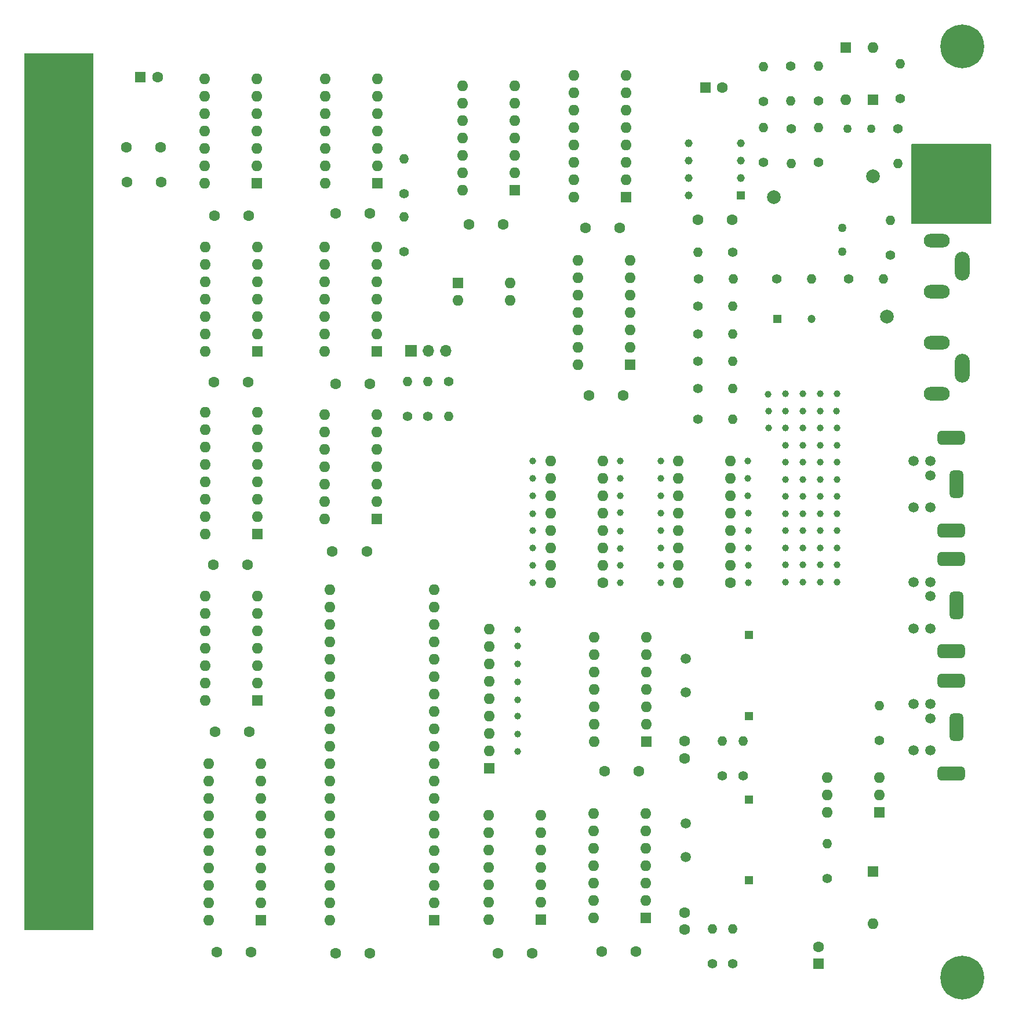
<source format=gbr>
G04 #@! TF.GenerationSoftware,KiCad,Pcbnew,7.0.10*
G04 #@! TF.CreationDate,2024-02-11T13:36:33-06:00*
G04 #@! TF.ProjectId,CZ-6BM1,435a2d36-424d-4312-9e6b-696361645f70,rev?*
G04 #@! TF.SameCoordinates,Original*
G04 #@! TF.FileFunction,Soldermask,Bot*
G04 #@! TF.FilePolarity,Negative*
%FSLAX46Y46*%
G04 Gerber Fmt 4.6, Leading zero omitted, Abs format (unit mm)*
G04 Created by KiCad (PCBNEW 7.0.10) date 2024-02-11 13:36:33*
%MOMM*%
%LPD*%
G01*
G04 APERTURE LIST*
G04 Aperture macros list*
%AMRoundRect*
0 Rectangle with rounded corners*
0 $1 Rounding radius*
0 $2 $3 $4 $5 $6 $7 $8 $9 X,Y pos of 4 corners*
0 Add a 4 corners polygon primitive as box body*
4,1,4,$2,$3,$4,$5,$6,$7,$8,$9,$2,$3,0*
0 Add four circle primitives for the rounded corners*
1,1,$1+$1,$2,$3*
1,1,$1+$1,$4,$5*
1,1,$1+$1,$6,$7*
1,1,$1+$1,$8,$9*
0 Add four rect primitives between the rounded corners*
20,1,$1+$1,$2,$3,$4,$5,0*
20,1,$1+$1,$4,$5,$6,$7,0*
20,1,$1+$1,$6,$7,$8,$9,0*
20,1,$1+$1,$8,$9,$2,$3,0*%
G04 Aperture macros list end*
%ADD10C,0.150000*%
%ADD11C,0.100000*%
%ADD12R,8.000000X1.800000*%
%ADD13C,6.400000*%
%ADD14C,1.600000*%
%ADD15C,1.000000*%
%ADD16R,1.600000X1.600000*%
%ADD17O,1.600000X1.600000*%
%ADD18C,1.400000*%
%ADD19O,1.400000X1.400000*%
%ADD20C,2.000000*%
%ADD21RoundRect,0.500000X-1.500000X0.500000X-1.500000X-0.500000X1.500000X-0.500000X1.500000X0.500000X0*%
%ADD22RoundRect,0.500000X-0.500000X1.500000X-0.500000X-1.500000X0.500000X-1.500000X0.500000X1.500000X0*%
%ADD23C,1.500000*%
%ADD24C,1.270000*%
%ADD25R,1.200000X1.200000*%
%ADD26R,1.700000X1.700000*%
%ADD27O,1.700000X1.700000*%
%ADD28C,3.200000*%
%ADD29C,1.200000*%
%ADD30O,2.204000X4.204000*%
%ADD31O,3.804000X2.004000*%
%ADD32R,1.160000X1.160000*%
%ADD33C,1.160000*%
G04 APERTURE END LIST*
D10*
X153150000Y-50370000D02*
X164640000Y-50370000D01*
X164640000Y-61860000D01*
X153150000Y-61860000D01*
X153150000Y-50370000D01*
G36*
X153150000Y-50370000D02*
G01*
X164640000Y-50370000D01*
X164640000Y-61860000D01*
X153150000Y-61860000D01*
X153150000Y-50370000D01*
G37*
D11*
X33565600Y-165014400D02*
X23565600Y-165014400D01*
X23565600Y-37014400D01*
X33565600Y-37014400D01*
X33565600Y-165014400D01*
G36*
X33565600Y-165014400D02*
G01*
X23565600Y-165014400D01*
X23565600Y-37014400D01*
X33565600Y-37014400D01*
X33565600Y-165014400D01*
G37*
D12*
X29565600Y-163474400D03*
X29565600Y-160934400D03*
X29565600Y-158394400D03*
X29565600Y-155854400D03*
X29565600Y-153314400D03*
X29565600Y-150774400D03*
X29565600Y-148234400D03*
X29565600Y-145694400D03*
X29565600Y-143154400D03*
X29565600Y-140614400D03*
X29565600Y-138074400D03*
X29565600Y-135534400D03*
X29565600Y-132994400D03*
X29565600Y-130454400D03*
X29565600Y-127914400D03*
X29565600Y-125374400D03*
X29565600Y-122834400D03*
X29565600Y-120294400D03*
X29565600Y-117754400D03*
X29565600Y-115214400D03*
X29565600Y-112674400D03*
X29565600Y-110134400D03*
X29565600Y-107594400D03*
X29565600Y-105054400D03*
X29565600Y-102514400D03*
X29565600Y-99974400D03*
X29565600Y-97434400D03*
X29565600Y-94894400D03*
X29565600Y-92354400D03*
X29565600Y-89814400D03*
X29565600Y-87274400D03*
X29565600Y-84734400D03*
X29565600Y-82194400D03*
X29565600Y-79654400D03*
X29565600Y-77114400D03*
X29565600Y-74574400D03*
X29565600Y-72034400D03*
X29565600Y-69494400D03*
X29565600Y-66954400D03*
X29565600Y-64414400D03*
X29565600Y-61874400D03*
X29565600Y-59334400D03*
X29565600Y-56794400D03*
X29565600Y-54254400D03*
X29565600Y-51714400D03*
X29565600Y-49174400D03*
X29565600Y-46634400D03*
X29565600Y-44094400D03*
X29565600Y-41554400D03*
X29565600Y-39014400D03*
D13*
X160565600Y-172014400D03*
X160565600Y-36014400D03*
D14*
X69000000Y-60430000D03*
X74000000Y-60430000D03*
D15*
X139750000Y-91750000D03*
D16*
X57500000Y-56040000D03*
D17*
X57500000Y-53500000D03*
X57500000Y-50960000D03*
X57500000Y-48420000D03*
X57500000Y-45880000D03*
X57500000Y-43340000D03*
X57500000Y-40800000D03*
X49880000Y-40800000D03*
X49880000Y-43340000D03*
X49880000Y-45880000D03*
X49880000Y-48420000D03*
X49880000Y-50960000D03*
X49880000Y-53500000D03*
X49880000Y-56040000D03*
D14*
X107840000Y-168200000D03*
X112840000Y-168200000D03*
D16*
X123000000Y-42000000D03*
D14*
X125500000Y-42000000D03*
D18*
X121960000Y-78000000D03*
D19*
X127040000Y-78000000D03*
D15*
X95590000Y-131420000D03*
D16*
X83400000Y-163580000D03*
D17*
X83400000Y-161040000D03*
X83400000Y-158500000D03*
X83400000Y-155960000D03*
X83400000Y-153420000D03*
X83400000Y-150880000D03*
X83400000Y-148340000D03*
X83400000Y-145800000D03*
X83400000Y-143260000D03*
X83400000Y-140720000D03*
X83400000Y-138180000D03*
X83400000Y-135640000D03*
X83400000Y-133100000D03*
X83400000Y-130560000D03*
X83400000Y-128020000D03*
X83400000Y-125480000D03*
X83400000Y-122940000D03*
X83400000Y-120400000D03*
X83400000Y-117860000D03*
X83400000Y-115320000D03*
X68160000Y-115320000D03*
X68160000Y-117860000D03*
X68160000Y-120400000D03*
X68160000Y-122940000D03*
X68160000Y-125480000D03*
X68160000Y-128020000D03*
X68160000Y-130560000D03*
X68160000Y-133100000D03*
X68160000Y-135640000D03*
X68160000Y-138180000D03*
X68160000Y-140720000D03*
X68160000Y-143260000D03*
X68160000Y-145800000D03*
X68160000Y-148340000D03*
X68160000Y-150880000D03*
X68160000Y-153420000D03*
X68160000Y-155960000D03*
X68160000Y-158500000D03*
X68160000Y-161040000D03*
X68160000Y-163580000D03*
D16*
X114400000Y-137540000D03*
D17*
X114400000Y-135000000D03*
X114400000Y-132460000D03*
X114400000Y-129920000D03*
X114400000Y-127380000D03*
X114400000Y-124840000D03*
X114400000Y-122300000D03*
X106780000Y-122300000D03*
X106780000Y-124840000D03*
X106780000Y-127380000D03*
X106780000Y-129920000D03*
X106780000Y-132460000D03*
X106780000Y-135000000D03*
X106780000Y-137540000D03*
D18*
X135520000Y-48090000D03*
D19*
X135520000Y-53170000D03*
D14*
X121920000Y-61370000D03*
X126920000Y-61370000D03*
D15*
X116520000Y-104150000D03*
X142250000Y-86750000D03*
X129240000Y-96550000D03*
X139750000Y-111750000D03*
D20*
X149500000Y-75500000D03*
D15*
X97800000Y-96560000D03*
D18*
X82500000Y-90040000D03*
D19*
X82500000Y-84960000D03*
D16*
X111400000Y-58080000D03*
D17*
X111400000Y-55540000D03*
X111400000Y-53000000D03*
X111400000Y-50460000D03*
X111400000Y-47920000D03*
X111400000Y-45380000D03*
X111400000Y-42840000D03*
X111400000Y-40300000D03*
X103780000Y-40300000D03*
X103780000Y-42840000D03*
X103780000Y-45380000D03*
X103780000Y-47920000D03*
X103780000Y-50460000D03*
X103780000Y-53000000D03*
X103780000Y-55540000D03*
X103780000Y-58080000D03*
D15*
X116520000Y-109270000D03*
X137250000Y-109250000D03*
X116500000Y-114340000D03*
X97830000Y-109270000D03*
D21*
X158900000Y-93210000D03*
D22*
X159700000Y-99960000D03*
D21*
X158900000Y-106710000D03*
D23*
X155900000Y-98660000D03*
X155900000Y-96560000D03*
X155900000Y-103360000D03*
X153400000Y-96560000D03*
X153400000Y-103360000D03*
D18*
X121960000Y-82000000D03*
D19*
X127040000Y-82000000D03*
D16*
X91450000Y-141450000D03*
D17*
X91450000Y-138910000D03*
X91450000Y-136370000D03*
X91450000Y-133830000D03*
X91450000Y-131290000D03*
X91450000Y-128750000D03*
X91450000Y-126210000D03*
X91450000Y-123670000D03*
X91450000Y-121130000D03*
D18*
X140770000Y-157520000D03*
D19*
X140770000Y-152440000D03*
D15*
X97830000Y-99100000D03*
X134750000Y-86750000D03*
D14*
X108310000Y-141880000D03*
X113310000Y-141880000D03*
D15*
X134750000Y-101750000D03*
X132250000Y-91750000D03*
X134750000Y-106750000D03*
D16*
X75120000Y-56040000D03*
D17*
X75120000Y-53500000D03*
X75120000Y-50960000D03*
X75120000Y-48420000D03*
X75120000Y-45880000D03*
X75120000Y-43340000D03*
X75120000Y-40800000D03*
X67500000Y-40800000D03*
X67500000Y-43340000D03*
X67500000Y-45880000D03*
X67500000Y-48420000D03*
X67500000Y-50960000D03*
X67500000Y-53500000D03*
X67500000Y-56040000D03*
D16*
X95200000Y-57000000D03*
D17*
X95200000Y-54460000D03*
X95200000Y-51920000D03*
X95200000Y-49380000D03*
X95200000Y-46840000D03*
X95200000Y-44300000D03*
X95200000Y-41760000D03*
X87580000Y-41760000D03*
X87580000Y-44300000D03*
X87580000Y-46840000D03*
X87580000Y-49380000D03*
X87580000Y-51920000D03*
X87580000Y-54460000D03*
X87580000Y-57000000D03*
D24*
X143780000Y-48050000D03*
X147280001Y-48050000D03*
D15*
X139750000Y-106750000D03*
D16*
X57600000Y-80580000D03*
D17*
X57600000Y-78040000D03*
X57600000Y-75500000D03*
X57600000Y-72960000D03*
X57600000Y-70420000D03*
X57600000Y-67880000D03*
X57600000Y-65340000D03*
X49980000Y-65340000D03*
X49980000Y-67880000D03*
X49980000Y-70420000D03*
X49980000Y-72960000D03*
X49980000Y-75500000D03*
X49980000Y-78040000D03*
X49980000Y-80580000D03*
D15*
X137250000Y-94250000D03*
X142250000Y-111750000D03*
X142250000Y-94250000D03*
D18*
X143960000Y-70000000D03*
D19*
X149040000Y-70000000D03*
D15*
X142250000Y-106750000D03*
X137250000Y-91750000D03*
D23*
X120150000Y-154350000D03*
X120150000Y-149450000D03*
D25*
X129400000Y-157800000D03*
X129400000Y-146000000D03*
D15*
X110540000Y-101630000D03*
X142250000Y-96750000D03*
X139750000Y-101750000D03*
D18*
X122000000Y-70000000D03*
D19*
X127080000Y-70000000D03*
D15*
X97830000Y-106730000D03*
D18*
X151130000Y-48050000D03*
D19*
X151130000Y-53130000D03*
D14*
X68540000Y-109740000D03*
X73540000Y-109740000D03*
D15*
X132175000Y-86810000D03*
X134750000Y-99250000D03*
X129280000Y-106720000D03*
X134750000Y-96750000D03*
D14*
X106000000Y-87000000D03*
X111000000Y-87000000D03*
X120000000Y-140000000D03*
X120000000Y-137500000D03*
D15*
X139750000Y-96750000D03*
D18*
X121960000Y-74000000D03*
D19*
X127040000Y-74000000D03*
D15*
X95610000Y-123600000D03*
D16*
X86870000Y-70580000D03*
D17*
X86870000Y-73120000D03*
X94490000Y-73120000D03*
X94490000Y-70580000D03*
D15*
X134750000Y-109250000D03*
D16*
X40500000Y-40500000D03*
D14*
X43000000Y-40500000D03*
D15*
X137250000Y-89250000D03*
X97820000Y-111790000D03*
X95620000Y-126210000D03*
D18*
X79500000Y-90040000D03*
D19*
X79500000Y-84960000D03*
D14*
X110480000Y-62520000D03*
X105480000Y-62520000D03*
D18*
X79000000Y-66000000D03*
D19*
X79000000Y-60920000D03*
D14*
X126700000Y-114330000D03*
D17*
X126700000Y-111790000D03*
X126700000Y-109250000D03*
X126700000Y-106710000D03*
X126700000Y-104170000D03*
X126700000Y-101630000D03*
X126700000Y-99090000D03*
X126700000Y-96550000D03*
X119080000Y-96550000D03*
X119080000Y-99090000D03*
X119080000Y-101630000D03*
X119080000Y-104170000D03*
X119080000Y-106710000D03*
X119080000Y-109250000D03*
X119080000Y-111790000D03*
X119080000Y-114330000D03*
D18*
X151470000Y-43630000D03*
D19*
X151470000Y-38550000D03*
D15*
X139750000Y-89250000D03*
X110550000Y-111820000D03*
X129300000Y-109250000D03*
D14*
X108020000Y-114330000D03*
D17*
X108020000Y-111790000D03*
X108020000Y-109250000D03*
X108020000Y-106710000D03*
X108020000Y-104170000D03*
X108020000Y-101630000D03*
X108020000Y-99090000D03*
X108020000Y-96550000D03*
X100400000Y-96550000D03*
X100400000Y-99090000D03*
X100400000Y-101630000D03*
X100400000Y-104170000D03*
X100400000Y-106710000D03*
X100400000Y-109250000D03*
X100400000Y-111790000D03*
X100400000Y-114330000D03*
D15*
X110550000Y-109350000D03*
D18*
X128500000Y-142500000D03*
D19*
X128500000Y-137420000D03*
D15*
X95590000Y-133810000D03*
D18*
X148460000Y-137360000D03*
D19*
X148460000Y-132280000D03*
D15*
X142250000Y-99250000D03*
D26*
X80000000Y-80500000D03*
D27*
X82540000Y-80500000D03*
X85080000Y-80500000D03*
D15*
X134750000Y-94250000D03*
D16*
X75000000Y-105000000D03*
D17*
X75000000Y-102460000D03*
X75000000Y-99920000D03*
X75000000Y-97380000D03*
X75000000Y-94840000D03*
X75000000Y-92300000D03*
X75000000Y-89760000D03*
X67380000Y-89760000D03*
X67380000Y-92300000D03*
X67380000Y-94840000D03*
X67380000Y-97380000D03*
X67380000Y-99920000D03*
X67380000Y-102460000D03*
X67380000Y-105000000D03*
D15*
X134750000Y-104250000D03*
X139750000Y-86750000D03*
X137250000Y-101750000D03*
D16*
X143500000Y-36190000D03*
D17*
X143500000Y-43810000D03*
D14*
X51360000Y-136140000D03*
X56360000Y-136140000D03*
D28*
X160460000Y-56250000D03*
D18*
X79000000Y-57500000D03*
D19*
X79000000Y-52420000D03*
D18*
X121960000Y-86000000D03*
D19*
X127040000Y-86000000D03*
D18*
X139500000Y-53000000D03*
D19*
X139500000Y-47920000D03*
D15*
X129260000Y-104180000D03*
X134750000Y-91750000D03*
D18*
X85500000Y-84970000D03*
D19*
X85500000Y-90050000D03*
D15*
X129300000Y-114330000D03*
X116490000Y-101630000D03*
D25*
X133490000Y-75820000D03*
D29*
X138490000Y-75820000D03*
D18*
X133460000Y-70000000D03*
D19*
X138540000Y-70000000D03*
D16*
X148420000Y-147875000D03*
D17*
X148420000Y-145335000D03*
X148420000Y-142795000D03*
X140800000Y-142795000D03*
X140800000Y-145335000D03*
X140800000Y-147875000D03*
D16*
X114340000Y-163280000D03*
D17*
X114340000Y-160740000D03*
X114340000Y-158200000D03*
X114340000Y-155660000D03*
X114340000Y-153120000D03*
X114340000Y-150580000D03*
X114340000Y-148040000D03*
X106720000Y-148040000D03*
X106720000Y-150580000D03*
X106720000Y-153120000D03*
X106720000Y-155660000D03*
X106720000Y-158200000D03*
X106720000Y-160740000D03*
X106720000Y-163280000D03*
D15*
X95630000Y-121200000D03*
D14*
X56610000Y-168300000D03*
X51610000Y-168300000D03*
X51250000Y-85070000D03*
X56250000Y-85070000D03*
D18*
X127000000Y-170000000D03*
D19*
X127000000Y-164920000D03*
D16*
X139500000Y-170000000D03*
D14*
X139500000Y-167500000D03*
X88500000Y-62000000D03*
X93500000Y-62000000D03*
D15*
X142250000Y-101750000D03*
X132250000Y-89250000D03*
D18*
X131500000Y-53000000D03*
D19*
X131500000Y-47920000D03*
D15*
X139750000Y-114250000D03*
X142250000Y-114250000D03*
X137250000Y-106750000D03*
D18*
X126980000Y-66060000D03*
D19*
X121900000Y-66060000D03*
D18*
X125500000Y-142500000D03*
D19*
X125500000Y-137420000D03*
D18*
X139500000Y-44000000D03*
D19*
X139500000Y-38920000D03*
D15*
X110550000Y-106810000D03*
D18*
X124000000Y-170000000D03*
D19*
X124000000Y-164920000D03*
D21*
X158900000Y-110870000D03*
D22*
X159700000Y-117620000D03*
D21*
X158900000Y-124370000D03*
D23*
X155900000Y-116320000D03*
X155900000Y-114220000D03*
X155900000Y-121020000D03*
X153400000Y-114220000D03*
X153400000Y-121020000D03*
D15*
X139750000Y-94250000D03*
X142150000Y-89250000D03*
D18*
X150000000Y-66540000D03*
D19*
X150000000Y-61460000D03*
D15*
X142250000Y-104250000D03*
X137250000Y-114250000D03*
D14*
X73990000Y-168450000D03*
X68990000Y-168450000D03*
D15*
X137250000Y-111750000D03*
X129240000Y-101630000D03*
D18*
X135490000Y-38920000D03*
D19*
X135490000Y-44000000D03*
D15*
X139750000Y-104250000D03*
X116480000Y-111810000D03*
X129300000Y-111780000D03*
D30*
X160500000Y-68122500D03*
D31*
X156800000Y-71872500D03*
X156800000Y-64372500D03*
D15*
X134750000Y-111750000D03*
D14*
X69020000Y-85290000D03*
X74020000Y-85290000D03*
D15*
X116500000Y-99100000D03*
X110540000Y-104140000D03*
D14*
X120000000Y-165000000D03*
X120000000Y-162500000D03*
D15*
X137250000Y-86750000D03*
X139750000Y-99250000D03*
X110550000Y-99110000D03*
X134750000Y-114250000D03*
X97820000Y-104230000D03*
X97830000Y-114330000D03*
D16*
X98980000Y-163570000D03*
D17*
X98980000Y-161030000D03*
X98980000Y-158490000D03*
X98980000Y-155950000D03*
X98980000Y-153410000D03*
X98980000Y-150870000D03*
X98980000Y-148330000D03*
X91360000Y-148330000D03*
X91360000Y-150870000D03*
X91360000Y-153410000D03*
X91360000Y-155950000D03*
X91360000Y-158490000D03*
X91360000Y-161030000D03*
X91360000Y-163570000D03*
D20*
X147500000Y-55000000D03*
D15*
X142250000Y-91750000D03*
X137250000Y-104250000D03*
X116500000Y-96560000D03*
D16*
X75000000Y-80580000D03*
D17*
X75000000Y-78040000D03*
X75000000Y-75500000D03*
X75000000Y-72960000D03*
X75000000Y-70420000D03*
X75000000Y-67880000D03*
X75000000Y-65340000D03*
X67380000Y-65340000D03*
X67380000Y-67880000D03*
X67380000Y-70420000D03*
X67380000Y-72960000D03*
X67380000Y-75500000D03*
X67380000Y-78040000D03*
X67380000Y-80580000D03*
D15*
X95610000Y-128800000D03*
D16*
X58120000Y-163580000D03*
D17*
X58120000Y-161040000D03*
X58120000Y-158500000D03*
X58120000Y-155960000D03*
X58120000Y-153420000D03*
X58120000Y-150880000D03*
X58120000Y-148340000D03*
X58120000Y-145800000D03*
X58120000Y-143260000D03*
X58120000Y-140720000D03*
X50500000Y-140720000D03*
X50500000Y-143260000D03*
X50500000Y-145800000D03*
X50500000Y-148340000D03*
X50500000Y-150880000D03*
X50500000Y-153420000D03*
X50500000Y-155960000D03*
X50500000Y-158500000D03*
X50500000Y-161040000D03*
X50500000Y-163580000D03*
D14*
X92680000Y-168410000D03*
X97680000Y-168410000D03*
D16*
X57600000Y-107240000D03*
D17*
X57600000Y-104700000D03*
X57600000Y-102160000D03*
X57600000Y-99620000D03*
X57600000Y-97080000D03*
X57600000Y-94540000D03*
X57600000Y-92000000D03*
X57600000Y-89460000D03*
X49980000Y-89460000D03*
X49980000Y-92000000D03*
X49980000Y-94540000D03*
X49980000Y-97080000D03*
X49980000Y-99620000D03*
X49980000Y-102160000D03*
X49980000Y-104700000D03*
X49980000Y-107240000D03*
D18*
X131500000Y-44040000D03*
D19*
X131500000Y-38960000D03*
D15*
X153785000Y-56380000D03*
X110550000Y-114330000D03*
D14*
X38450000Y-50800000D03*
X43450000Y-50800000D03*
D21*
X158900000Y-128690000D03*
D22*
X159700000Y-135440000D03*
D21*
X158900000Y-142190000D03*
D23*
X155900000Y-134140000D03*
X155900000Y-132040000D03*
X155900000Y-138840000D03*
X153400000Y-132040000D03*
X153400000Y-138840000D03*
D18*
X121960000Y-90500000D03*
D19*
X127040000Y-90500000D03*
D20*
X133000000Y-58000000D03*
D15*
X116510000Y-106750000D03*
X97830000Y-101620000D03*
D16*
X112020000Y-82500000D03*
D17*
X112020000Y-79960000D03*
X112020000Y-77420000D03*
X112020000Y-74880000D03*
X112020000Y-72340000D03*
X112020000Y-69800000D03*
X112020000Y-67260000D03*
X104400000Y-67260000D03*
X104400000Y-69800000D03*
X104400000Y-72340000D03*
X104400000Y-74880000D03*
X104400000Y-77420000D03*
X104400000Y-79960000D03*
X104400000Y-82500000D03*
D14*
X51280000Y-60710000D03*
X56280000Y-60710000D03*
D15*
X137250000Y-96750000D03*
D16*
X147470000Y-43790000D03*
D17*
X147470000Y-36170000D03*
D15*
X137250000Y-99250000D03*
X134750000Y-89250000D03*
D16*
X147520000Y-156550000D03*
D17*
X147520000Y-164170000D03*
D32*
X128210000Y-57810000D03*
D33*
X128210000Y-55270000D03*
X128210000Y-52730000D03*
X128210000Y-50190000D03*
X120590000Y-50190000D03*
X120590000Y-52730000D03*
X120590000Y-55270000D03*
X120590000Y-57810000D03*
D16*
X57600000Y-131500000D03*
D17*
X57600000Y-128960000D03*
X57600000Y-126420000D03*
X57600000Y-123880000D03*
X57600000Y-121340000D03*
X57600000Y-118800000D03*
X57600000Y-116260000D03*
X49980000Y-116260000D03*
X49980000Y-118800000D03*
X49980000Y-121340000D03*
X49980000Y-123880000D03*
X49980000Y-126420000D03*
X49980000Y-128960000D03*
X49980000Y-131500000D03*
D15*
X95590000Y-136400000D03*
X110550000Y-96550000D03*
D23*
X120150000Y-130350000D03*
X120150000Y-125450000D03*
D25*
X129400000Y-133800000D03*
X129400000Y-122000000D03*
D15*
X139750000Y-109250000D03*
X95590000Y-138990000D03*
X142250000Y-109250000D03*
D24*
X143000000Y-66000000D03*
X143000000Y-62499999D03*
D14*
X51100000Y-111710000D03*
X56100000Y-111710000D03*
D15*
X129240000Y-99090000D03*
D30*
X160500000Y-83020000D03*
D31*
X156800000Y-86770000D03*
X156800000Y-79270000D03*
D14*
X38500000Y-55830000D03*
X43500000Y-55830000D03*
M02*

</source>
